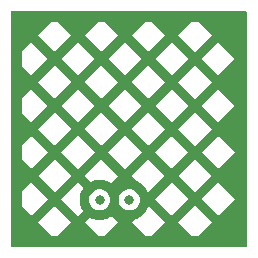
<source format=gbr>
%TF.GenerationSoftware,KiCad,Pcbnew,8.0.8*%
%TF.CreationDate,2025-07-13T10:09:11+12:00*%
%TF.ProjectId,esf1,65736631-2e6b-4696-9361-645f70636258,rev?*%
%TF.SameCoordinates,Original*%
%TF.FileFunction,Copper,L2,Bot*%
%TF.FilePolarity,Positive*%
%FSLAX46Y46*%
G04 Gerber Fmt 4.6, Leading zero omitted, Abs format (unit mm)*
G04 Created by KiCad (PCBNEW 8.0.8) date 2025-07-13 10:09:11*
%MOMM*%
%LPD*%
G01*
G04 APERTURE LIST*
%TA.AperFunction,ViaPad*%
%ADD10C,0.800000*%
%TD*%
G04 APERTURE END LIST*
D10*
%TO.N,*%
X-2462000Y-6000000D03*
X38000Y-6000000D03*
%TD*%
%TA.AperFunction,NonConductor*%
G36*
X9950639Y9987915D02*
G01*
X9996394Y9935111D01*
X10007600Y9883600D01*
X10007600Y-9883600D01*
X9987915Y-9950639D01*
X9935111Y-9996394D01*
X9883600Y-10007600D01*
X-9858200Y-10007600D01*
X-9925239Y-9987915D01*
X-9970994Y-9935111D01*
X-9982200Y-9883600D01*
X-9982200Y-7919595D01*
X-7687044Y-7919595D01*
X-6523040Y-9083600D01*
X-6019792Y-9083600D01*
X-4855788Y-7919596D01*
X-4855789Y-7919595D01*
X-3727246Y-7919595D01*
X-2563242Y-9083600D01*
X-2059994Y-9083600D01*
X-895989Y-7919595D01*
X232551Y-7919595D01*
X1396556Y-9083600D01*
X1899804Y-9083600D01*
X3063808Y-7919596D01*
X3063807Y-7919595D01*
X4192349Y-7919595D01*
X5356354Y-9083600D01*
X5859602Y-9083600D01*
X7023606Y-7919596D01*
X5607977Y-6503967D01*
X4192349Y-7919595D01*
X3063807Y-7919595D01*
X1657221Y-6513009D01*
X1617661Y-6634765D01*
X1615493Y-6640887D01*
X1605164Y-6667793D01*
X1602678Y-6673795D01*
X1585674Y-6711981D01*
X1582881Y-6717836D01*
X1569811Y-6743486D01*
X1566714Y-6749189D01*
X1451170Y-6949318D01*
X1447777Y-6954855D01*
X1432084Y-6979019D01*
X1428407Y-6984369D01*
X1403835Y-7018188D01*
X1399884Y-7023337D01*
X1381761Y-7045717D01*
X1377545Y-7050653D01*
X1222914Y-7222388D01*
X1218443Y-7227099D01*
X1198074Y-7247467D01*
X1193367Y-7251934D01*
X1162303Y-7279904D01*
X1157366Y-7284121D01*
X1134982Y-7302247D01*
X1129832Y-7306198D01*
X942868Y-7442035D01*
X937516Y-7445714D01*
X913348Y-7461408D01*
X907811Y-7464800D01*
X871610Y-7485699D01*
X865908Y-7488795D01*
X840256Y-7501865D01*
X834398Y-7504659D01*
X623286Y-7598654D01*
X617288Y-7601139D01*
X590388Y-7611465D01*
X584266Y-7613633D01*
X544509Y-7626550D01*
X538283Y-7628394D01*
X518435Y-7633711D01*
X232551Y-7919595D01*
X-895989Y-7919595D01*
X-1450802Y-7364782D01*
X-1557132Y-7442035D01*
X-1562484Y-7445714D01*
X-1586652Y-7461408D01*
X-1592189Y-7464800D01*
X-1628390Y-7485699D01*
X-1634092Y-7488795D01*
X-1659744Y-7501865D01*
X-1665602Y-7504659D01*
X-1876714Y-7598654D01*
X-1882712Y-7601139D01*
X-1909612Y-7611465D01*
X-1915734Y-7613633D01*
X-1955491Y-7626550D01*
X-1961717Y-7628394D01*
X-1989535Y-7635847D01*
X-1995844Y-7637361D01*
X-2221881Y-7685406D01*
X-2228265Y-7686589D01*
X-2256703Y-7691093D01*
X-2263133Y-7691940D01*
X-2304704Y-7696311D01*
X-2311177Y-7696821D01*
X-2339953Y-7698330D01*
X-2346447Y-7698500D01*
X-2577553Y-7698500D01*
X-2584047Y-7698330D01*
X-2612823Y-7696821D01*
X-2619296Y-7696311D01*
X-2660867Y-7691940D01*
X-2667297Y-7691093D01*
X-2695735Y-7686589D01*
X-2702119Y-7685406D01*
X-2928156Y-7637361D01*
X-2934465Y-7635847D01*
X-2962283Y-7628394D01*
X-2968509Y-7626550D01*
X-3008266Y-7613633D01*
X-3014388Y-7611465D01*
X-3041288Y-7601139D01*
X-3047286Y-7598654D01*
X-3258398Y-7504659D01*
X-3264256Y-7501865D01*
X-3289908Y-7488795D01*
X-3294145Y-7486494D01*
X-3727246Y-7919595D01*
X-4855789Y-7919595D01*
X-6271416Y-6503967D01*
X-7687044Y-7919595D01*
X-9982200Y-7919595D01*
X-9982200Y-5330953D01*
X-9058200Y-5330953D01*
X-9058200Y-6548440D01*
X-8251315Y-7355325D01*
X-6835687Y-5939697D01*
X-5707145Y-5939697D01*
X-4291517Y-7355325D01*
X-3878954Y-6942762D01*
X-3990714Y-6749189D01*
X-3993811Y-6743486D01*
X-4006881Y-6717836D01*
X-4009674Y-6711981D01*
X-4026678Y-6673795D01*
X-4029164Y-6667793D01*
X-4039493Y-6640887D01*
X-4041661Y-6634765D01*
X-4113077Y-6414970D01*
X-4114921Y-6408743D01*
X-4122378Y-6380911D01*
X-4123894Y-6374597D01*
X-4132584Y-6333707D01*
X-4133767Y-6327325D01*
X-4138271Y-6298884D01*
X-4139118Y-6292450D01*
X-4163273Y-6062626D01*
X-4163782Y-6056157D01*
X-4165290Y-6027392D01*
X-4165460Y-6020900D01*
X-4165460Y-6000000D01*
X-3367460Y-6000000D01*
X-3347674Y-6188256D01*
X-3289179Y-6368284D01*
X-3194533Y-6532216D01*
X-3067871Y-6672888D01*
X-2914730Y-6784151D01*
X-2741803Y-6861144D01*
X-2556646Y-6900500D01*
X-2556644Y-6900500D01*
X-2367355Y-6900500D01*
X-2367354Y-6900500D01*
X-2182197Y-6861144D01*
X-2182192Y-6861142D01*
X-2009270Y-6784151D01*
X-2009265Y-6784148D01*
X-1856129Y-6672888D01*
X-1821803Y-6634765D01*
X-1729467Y-6532216D01*
X-1634821Y-6368284D01*
X-1634818Y-6368277D01*
X-1576327Y-6188259D01*
X-1576326Y-6188256D01*
X-1556540Y-6000000D01*
X-867460Y-6000000D01*
X-847674Y-6188256D01*
X-789179Y-6368284D01*
X-694533Y-6532216D01*
X-567871Y-6672888D01*
X-414730Y-6784151D01*
X-241803Y-6861144D01*
X-56646Y-6900500D01*
X-56644Y-6900500D01*
X132644Y-6900500D01*
X132646Y-6900500D01*
X317803Y-6861144D01*
X490730Y-6784151D01*
X643871Y-6672888D01*
X770533Y-6532216D01*
X865179Y-6368284D01*
X923674Y-6188256D01*
X943460Y-6000000D01*
X937122Y-5939697D01*
X2212450Y-5939697D01*
X3628078Y-7355325D01*
X5043707Y-5939697D01*
X6172248Y-5939697D01*
X7587876Y-7355325D01*
X9003505Y-5939697D01*
X7587876Y-4524068D01*
X6172248Y-5939697D01*
X5043707Y-5939697D01*
X3628078Y-4524068D01*
X2212450Y-5939697D01*
X937122Y-5939697D01*
X923674Y-5811744D01*
X865179Y-5631716D01*
X770533Y-5467784D01*
X643871Y-5327112D01*
X642623Y-5326205D01*
X490734Y-5215851D01*
X490729Y-5215848D01*
X317807Y-5138857D01*
X317802Y-5138855D01*
X172001Y-5107865D01*
X132646Y-5099500D01*
X-56646Y-5099500D01*
X-96001Y-5107865D01*
X-241802Y-5138855D01*
X-241807Y-5138857D01*
X-414729Y-5215848D01*
X-414734Y-5215851D01*
X-566623Y-5326205D01*
X-567871Y-5327112D01*
X-694533Y-5467784D01*
X-789179Y-5631716D01*
X-847674Y-5811744D01*
X-867460Y-6000000D01*
X-1556540Y-6000000D01*
X-1576326Y-5811744D01*
X-1576327Y-5811740D01*
X-1634818Y-5631722D01*
X-1634821Y-5631715D01*
X-1729466Y-5467785D01*
X-1856129Y-5327111D01*
X-2009265Y-5215851D01*
X-2009270Y-5215848D01*
X-2182192Y-5138857D01*
X-2182197Y-5138855D01*
X-2334897Y-5106398D01*
X-2367354Y-5099500D01*
X-2556646Y-5099500D01*
X-2596001Y-5107865D01*
X-2741802Y-5138855D01*
X-2741807Y-5138857D01*
X-2914729Y-5215848D01*
X-2914734Y-5215851D01*
X-3066623Y-5326205D01*
X-3067871Y-5327112D01*
X-3194533Y-5467784D01*
X-3289179Y-5631716D01*
X-3347674Y-5811744D01*
X-3367460Y-6000000D01*
X-4165460Y-6000000D01*
X-4165460Y-5979100D01*
X-4165290Y-5972608D01*
X-4163782Y-5943843D01*
X-4163273Y-5937374D01*
X-4139118Y-5707550D01*
X-4138271Y-5701116D01*
X-4133767Y-5672675D01*
X-4132584Y-5666293D01*
X-4123894Y-5625403D01*
X-4122378Y-5619089D01*
X-4114921Y-5591257D01*
X-4113077Y-5585030D01*
X-4041661Y-5365235D01*
X-4039493Y-5359113D01*
X-4029164Y-5332207D01*
X-4026678Y-5326205D01*
X-4009674Y-5288019D01*
X-4006881Y-5282164D01*
X-3993811Y-5256514D01*
X-3990714Y-5250811D01*
X-3875170Y-5050682D01*
X-3871777Y-5045145D01*
X-3856084Y-5020981D01*
X-3852407Y-5015631D01*
X-3830333Y-4985251D01*
X-4291516Y-4524068D01*
X-5707145Y-5939697D01*
X-6835687Y-5939697D01*
X-8251315Y-4524068D01*
X-9058200Y-5330953D01*
X-9982200Y-5330953D01*
X-9982200Y-3959798D01*
X-7687044Y-3959798D01*
X-6271416Y-5375426D01*
X-4855788Y-3959798D01*
X-4855789Y-3959797D01*
X-3727246Y-3959797D01*
X-3212249Y-4474793D01*
X-3047286Y-4401346D01*
X-3041288Y-4398861D01*
X-3014388Y-4388535D01*
X-3008266Y-4386367D01*
X-2968509Y-4373450D01*
X-2962283Y-4371606D01*
X-2934465Y-4364153D01*
X-2928156Y-4362639D01*
X-2702119Y-4314594D01*
X-2695735Y-4313411D01*
X-2667297Y-4308907D01*
X-2660867Y-4308060D01*
X-2619296Y-4303689D01*
X-2612823Y-4303179D01*
X-2584047Y-4301670D01*
X-2577553Y-4301500D01*
X-2346447Y-4301500D01*
X-2339953Y-4301670D01*
X-2311177Y-4303179D01*
X-2304704Y-4303689D01*
X-2263133Y-4308060D01*
X-2256703Y-4308907D01*
X-2228265Y-4313411D01*
X-2221881Y-4314594D01*
X-1995844Y-4362639D01*
X-1989535Y-4364153D01*
X-1961717Y-4371606D01*
X-1955491Y-4373450D01*
X-1915734Y-4386367D01*
X-1909612Y-4388535D01*
X-1882712Y-4398861D01*
X-1876714Y-4401346D01*
X-1665602Y-4495341D01*
X-1659744Y-4498135D01*
X-1634092Y-4511205D01*
X-1628390Y-4514301D01*
X-1592189Y-4535200D01*
X-1586652Y-4538592D01*
X-1562484Y-4554286D01*
X-1557133Y-4557964D01*
X-1520656Y-4584464D01*
X-895990Y-3959798D01*
X-895991Y-3959797D01*
X232551Y-3959797D01*
X714879Y-4442125D01*
X834399Y-4495341D01*
X840256Y-4498135D01*
X865908Y-4511205D01*
X871610Y-4514301D01*
X907811Y-4535200D01*
X913348Y-4538592D01*
X937516Y-4554286D01*
X942868Y-4557965D01*
X1129832Y-4693802D01*
X1134982Y-4697753D01*
X1157366Y-4715879D01*
X1162303Y-4720096D01*
X1193367Y-4748066D01*
X1198074Y-4752533D01*
X1218443Y-4772901D01*
X1222914Y-4777612D01*
X1377545Y-4949347D01*
X1381761Y-4954283D01*
X1399884Y-4976663D01*
X1403835Y-4981812D01*
X1428407Y-5015631D01*
X1432084Y-5020981D01*
X1447777Y-5045145D01*
X1451170Y-5050682D01*
X1566714Y-5250811D01*
X1569811Y-5256514D01*
X1582881Y-5282164D01*
X1585674Y-5288019D01*
X1602678Y-5326205D01*
X1605164Y-5332206D01*
X1605291Y-5332537D01*
X1648180Y-5375426D01*
X3063808Y-3959798D01*
X4192349Y-3959798D01*
X5607977Y-5375426D01*
X7023606Y-3959798D01*
X5607977Y-2544169D01*
X4192349Y-3959798D01*
X3063808Y-3959798D01*
X1648179Y-2544169D01*
X232551Y-3959797D01*
X-895991Y-3959797D01*
X-2311618Y-2544169D01*
X-3727246Y-3959797D01*
X-4855789Y-3959797D01*
X-6271416Y-2544169D01*
X-7687044Y-3959798D01*
X-9982200Y-3959798D01*
X-9982200Y-1371155D01*
X-9058200Y-1371155D01*
X-9058200Y-2588642D01*
X-8251315Y-3395527D01*
X-6835687Y-1979899D01*
X-5707145Y-1979899D01*
X-4291517Y-3395527D01*
X-2875889Y-1979899D01*
X-1747347Y-1979899D01*
X-331719Y-3395527D01*
X1083909Y-1979899D01*
X2212450Y-1979899D01*
X3628078Y-3395527D01*
X5043707Y-1979899D01*
X6172248Y-1979899D01*
X7587876Y-3395527D01*
X9003505Y-1979899D01*
X7587876Y-564270D01*
X6172248Y-1979899D01*
X5043707Y-1979899D01*
X3628078Y-564270D01*
X2212450Y-1979899D01*
X1083909Y-1979899D01*
X-331719Y-564270D01*
X-1747347Y-1979899D01*
X-2875889Y-1979899D01*
X-4291517Y-564270D01*
X-5707145Y-1979899D01*
X-6835687Y-1979899D01*
X-8251315Y-564270D01*
X-9058200Y-1371155D01*
X-9982200Y-1371155D01*
X-9982200Y0D01*
X-7687044Y0D01*
X-6271416Y-1415628D01*
X-4855788Y0D01*
X-3727246Y0D01*
X-2311618Y-1415628D01*
X-895990Y0D01*
X232551Y0D01*
X1648179Y-1415628D01*
X3063808Y0D01*
X4192349Y0D01*
X5607977Y-1415628D01*
X7023606Y0D01*
X5607977Y1415628D01*
X4192349Y0D01*
X3063808Y0D01*
X1648179Y1415628D01*
X232551Y0D01*
X-895990Y0D01*
X-2311618Y1415628D01*
X-3727246Y0D01*
X-4855788Y0D01*
X-6271416Y1415628D01*
X-7687044Y0D01*
X-9982200Y0D01*
X-9982200Y2588642D01*
X-9058200Y2588642D01*
X-9058200Y1371155D01*
X-8251315Y564270D01*
X-6835687Y1979899D01*
X-5707145Y1979899D01*
X-4291517Y564270D01*
X-2875889Y1979899D01*
X-1747347Y1979899D01*
X-331719Y564270D01*
X1083909Y1979899D01*
X2212450Y1979899D01*
X3628078Y564270D01*
X5043707Y1979899D01*
X6172248Y1979899D01*
X7587876Y564270D01*
X9003505Y1979899D01*
X7587876Y3395527D01*
X6172248Y1979899D01*
X5043707Y1979899D01*
X3628078Y3395527D01*
X2212450Y1979899D01*
X1083909Y1979899D01*
X-331719Y3395527D01*
X-1747347Y1979899D01*
X-2875889Y1979899D01*
X-4291517Y3395527D01*
X-5707145Y1979899D01*
X-6835687Y1979899D01*
X-8251315Y3395527D01*
X-9058200Y2588642D01*
X-9982200Y2588642D01*
X-9982200Y3959798D01*
X-7687044Y3959798D01*
X-6271416Y2544169D01*
X-4855788Y3959798D01*
X-3727246Y3959798D01*
X-2311618Y2544169D01*
X-895990Y3959798D01*
X232551Y3959798D01*
X1648179Y2544169D01*
X3063808Y3959798D01*
X4192349Y3959798D01*
X5607977Y2544169D01*
X7023606Y3959798D01*
X5607977Y5375426D01*
X4192349Y3959798D01*
X3063808Y3959798D01*
X1648179Y5375426D01*
X232551Y3959798D01*
X-895990Y3959798D01*
X-2311618Y5375426D01*
X-3727246Y3959798D01*
X-4855788Y3959798D01*
X-6271416Y5375426D01*
X-7687044Y3959798D01*
X-9982200Y3959798D01*
X-9982200Y6548440D01*
X-9058200Y6548440D01*
X-9058200Y5330953D01*
X-8251315Y4524068D01*
X-6835687Y5939697D01*
X-5707145Y5939697D01*
X-4291517Y4524068D01*
X-2875889Y5939697D01*
X-1747347Y5939697D01*
X-331719Y4524068D01*
X1083909Y5939697D01*
X2212450Y5939697D01*
X3628078Y4524068D01*
X5043707Y5939697D01*
X6172248Y5939697D01*
X7587876Y4524068D01*
X9003505Y5939697D01*
X7587876Y7355325D01*
X6172248Y5939697D01*
X5043707Y5939697D01*
X3628078Y7355325D01*
X2212450Y5939697D01*
X1083909Y5939697D01*
X-331719Y7355325D01*
X-1747347Y5939697D01*
X-2875889Y5939697D01*
X-4291517Y7355325D01*
X-5707145Y5939697D01*
X-6835687Y5939697D01*
X-8251315Y7355325D01*
X-9058200Y6548440D01*
X-9982200Y6548440D01*
X-9982200Y7919596D01*
X-7687045Y7919596D01*
X-6271416Y6503967D01*
X-4855788Y7919596D01*
X-3727247Y7919596D01*
X-2311618Y6503967D01*
X-895990Y7919596D01*
X232551Y7919596D01*
X1648179Y6503967D01*
X3063808Y7919596D01*
X4192349Y7919596D01*
X5607977Y6503967D01*
X7023606Y7919596D01*
X5859602Y9083600D01*
X5356354Y9083600D01*
X4192349Y7919596D01*
X3063808Y7919596D01*
X1899804Y9083600D01*
X1396556Y9083600D01*
X232551Y7919596D01*
X-895990Y7919596D01*
X-2059994Y9083600D01*
X-2563242Y9083600D01*
X-3727247Y7919596D01*
X-4855788Y7919596D01*
X-6019792Y9083600D01*
X-6523040Y9083600D01*
X-7687045Y7919596D01*
X-9982200Y7919596D01*
X-9982200Y9883600D01*
X-9962515Y9950639D01*
X-9909711Y9996394D01*
X-9858200Y10007600D01*
X9883600Y10007600D01*
X9950639Y9987915D01*
G37*
%TD.AperFunction*%
M02*

</source>
